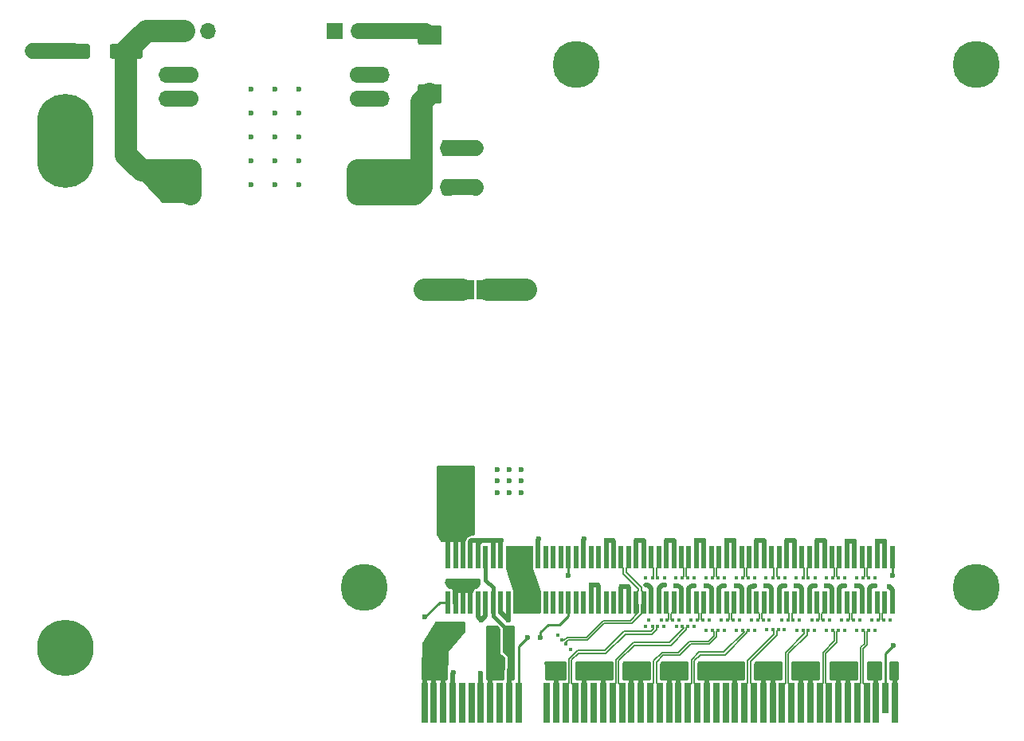
<source format=gtl>
%TF.GenerationSoftware,KiCad,Pcbnew,(5.1.9)-1*%
%TF.CreationDate,2021-07-12T14:13:14+08:00*%
%TF.ProjectId,V1,56312e6b-6963-4616-945f-706362585858,rev?*%
%TF.SameCoordinates,Original*%
%TF.FileFunction,Copper,L1,Top*%
%TF.FilePolarity,Positive*%
%FSLAX46Y46*%
G04 Gerber Fmt 4.6, Leading zero omitted, Abs format (unit mm)*
G04 Created by KiCad (PCBNEW (5.1.9)-1) date 2021-07-12 14:13:14*
%MOMM*%
%LPD*%
G01*
G04 APERTURE LIST*
%TA.AperFunction,ConnectorPad*%
%ADD10R,0.700000X4.300000*%
%TD*%
%TA.AperFunction,ConnectorPad*%
%ADD11R,0.700000X3.200000*%
%TD*%
%TA.AperFunction,ComponentPad*%
%ADD12O,6.000000X10.000000*%
%TD*%
%TA.AperFunction,ComponentPad*%
%ADD13C,6.000000*%
%TD*%
%TA.AperFunction,SMDPad,CuDef*%
%ADD14R,0.500000X2.400000*%
%TD*%
%TA.AperFunction,ComponentPad*%
%ADD15C,5.000000*%
%TD*%
%TA.AperFunction,ComponentPad*%
%ADD16R,1.700000X1.700000*%
%TD*%
%TA.AperFunction,ComponentPad*%
%ADD17O,1.700000X1.700000*%
%TD*%
%TA.AperFunction,SMDPad,CuDef*%
%ADD18R,2.400000X2.000000*%
%TD*%
%TA.AperFunction,ComponentPad*%
%ADD19C,1.700000*%
%TD*%
%TA.AperFunction,ConnectorPad*%
%ADD20O,4.240000X1.700000*%
%TD*%
%TA.AperFunction,ViaPad*%
%ADD21C,0.600000*%
%TD*%
%TA.AperFunction,ViaPad*%
%ADD22C,0.450000*%
%TD*%
%TA.AperFunction,ViaPad*%
%ADD23C,0.800000*%
%TD*%
%TA.AperFunction,Conductor*%
%ADD24C,2.400000*%
%TD*%
%TA.AperFunction,Conductor*%
%ADD25C,0.500000*%
%TD*%
%TA.AperFunction,Conductor*%
%ADD26C,1.700000*%
%TD*%
%TA.AperFunction,Conductor*%
%ADD27C,0.381000*%
%TD*%
%TA.AperFunction,Conductor*%
%ADD28C,0.250000*%
%TD*%
%TA.AperFunction,Conductor*%
%ADD29C,0.254000*%
%TD*%
%TA.AperFunction,Conductor*%
%ADD30C,0.153670*%
%TD*%
%TA.AperFunction,Conductor*%
%ADD31C,0.100000*%
%TD*%
G04 APERTURE END LIST*
D10*
X147650000Y-130550000D03*
X146650000Y-130550000D03*
X152650000Y-130550000D03*
X151650000Y-130550000D03*
X150650000Y-130550000D03*
X149650000Y-130550000D03*
X148650000Y-130550000D03*
X143650000Y-130550000D03*
X142650000Y-130550000D03*
X141650000Y-130550000D03*
X140650000Y-130550000D03*
X139650000Y-130550000D03*
X138650000Y-130550000D03*
X137650000Y-130550000D03*
X136650000Y-130550000D03*
X135650000Y-130550000D03*
X134650000Y-130550000D03*
X133650000Y-130550000D03*
X153650000Y-130550000D03*
X154650000Y-130550000D03*
X155650000Y-130550000D03*
X156650000Y-130550000D03*
X157650000Y-130550000D03*
X158650000Y-130550000D03*
X159650000Y-130550000D03*
X160650000Y-130550000D03*
X161650000Y-130550000D03*
X162650000Y-130550000D03*
X163650000Y-130550000D03*
X164650000Y-130550000D03*
X165650000Y-130550000D03*
X166650000Y-130550000D03*
X167650000Y-130550000D03*
X168650000Y-130550000D03*
X169650000Y-130550000D03*
X170650000Y-130550000D03*
X171650000Y-130550000D03*
X172650000Y-130550000D03*
X173650000Y-130550000D03*
X174650000Y-130550000D03*
X175650000Y-130550000D03*
X176650000Y-130550000D03*
X177650000Y-130550000D03*
X178650000Y-130550000D03*
X179650000Y-130550000D03*
X180650000Y-130550000D03*
X181650000Y-130550000D03*
D11*
X182650000Y-130000000D03*
D10*
X183650000Y-130550000D03*
D12*
X95500000Y-70739000D03*
D13*
X95500000Y-124650001D03*
D14*
X183350000Y-115020000D03*
X182550000Y-115020000D03*
X181750000Y-115020000D03*
X180950000Y-115020000D03*
X180150000Y-115020000D03*
X179350000Y-115020000D03*
X178550000Y-115020000D03*
X177750000Y-115020000D03*
X176950000Y-115020000D03*
X176150000Y-115020000D03*
X175350000Y-115020000D03*
X174550000Y-115020000D03*
X173750000Y-115020000D03*
X172950000Y-115020000D03*
X172150000Y-115020000D03*
X171350000Y-115020000D03*
X170550000Y-115020000D03*
X169750000Y-115020000D03*
X168950000Y-115020000D03*
X168150000Y-115020000D03*
X167350000Y-115020000D03*
X166550000Y-115020000D03*
X165750000Y-115020000D03*
X164950000Y-115020000D03*
X164150000Y-115020000D03*
X163350000Y-115020000D03*
X162550000Y-115020000D03*
X161750000Y-115020000D03*
X160950000Y-115020000D03*
X160150000Y-115020000D03*
X159350000Y-115020000D03*
X158550000Y-115020000D03*
X157750000Y-115020000D03*
X156950000Y-115020000D03*
X156150000Y-115020000D03*
X155350000Y-115020000D03*
X154550000Y-115020000D03*
X153750000Y-115020000D03*
X152950000Y-115020000D03*
X152150000Y-115020000D03*
X151350000Y-115020000D03*
X150550000Y-115020000D03*
X149750000Y-115020000D03*
X148950000Y-115020000D03*
X148150000Y-115020000D03*
X147350000Y-115020000D03*
X146550000Y-115020000D03*
X145750000Y-115020000D03*
X144950000Y-115020000D03*
X144150000Y-115020000D03*
X143350000Y-115020000D03*
X142550000Y-115020000D03*
X141750000Y-115020000D03*
X140950000Y-115020000D03*
X140150000Y-115020000D03*
X139350000Y-115020000D03*
X138550000Y-115020000D03*
X137750000Y-115020000D03*
X136950000Y-115020000D03*
X136150000Y-115020000D03*
X183350000Y-119820000D03*
X182550000Y-119820000D03*
X181750000Y-119820000D03*
X180950000Y-119820000D03*
X180150000Y-119820000D03*
X179350000Y-119820000D03*
X178550000Y-119820000D03*
X177750000Y-119820000D03*
X176950000Y-119820000D03*
X176150000Y-119820000D03*
X175350000Y-119820000D03*
X174550000Y-119820000D03*
X173750000Y-119820000D03*
X172950000Y-119820000D03*
X172150000Y-119820000D03*
X171350000Y-119820000D03*
X170550000Y-119820000D03*
X169750000Y-119820000D03*
X168950000Y-119820000D03*
X168150000Y-119820000D03*
X167350000Y-119820000D03*
X166550000Y-119820000D03*
X165750000Y-119820000D03*
X164950000Y-119820000D03*
X164150000Y-119820000D03*
X163350000Y-119820000D03*
X162550000Y-119820000D03*
X161750000Y-119820000D03*
X160950000Y-119820000D03*
X160150000Y-119820000D03*
X159350000Y-119820000D03*
X158550000Y-119820000D03*
X157750000Y-119820000D03*
X156950000Y-119820000D03*
X156150000Y-119820000D03*
X155350000Y-119820000D03*
X154550000Y-119820000D03*
X153750000Y-119820000D03*
X152950000Y-119820000D03*
X152150000Y-119820000D03*
X151350000Y-119820000D03*
X150550000Y-119820000D03*
X149750000Y-119820000D03*
X148950000Y-119820000D03*
X148150000Y-119820000D03*
X147350000Y-119820000D03*
X146550000Y-119820000D03*
X145750000Y-119820000D03*
X144950000Y-119820000D03*
X144150000Y-119820000D03*
X143350000Y-119820000D03*
X142550000Y-119820000D03*
X141750000Y-119820000D03*
X140950000Y-119820000D03*
X140150000Y-119820000D03*
X139350000Y-119820000D03*
X138550000Y-119820000D03*
X137750000Y-119820000D03*
X136950000Y-119820000D03*
D15*
X192250000Y-118220000D03*
X192250000Y-62620000D03*
X149750000Y-62620000D03*
D14*
X136150000Y-119820000D03*
D15*
X127250000Y-118220000D03*
D16*
X124130000Y-59080000D03*
D17*
X126670000Y-59080000D03*
D16*
X108130000Y-59080000D03*
D17*
X110670000Y-59080000D03*
D18*
X140405000Y-86530000D03*
X137755000Y-86530000D03*
D19*
X126598000Y-76454000D03*
D20*
X127868000Y-76454000D03*
X127868000Y-73914000D03*
D19*
X126598000Y-73914000D03*
D20*
X127868000Y-66294000D03*
D19*
X126598000Y-63754000D03*
X126598000Y-66294000D03*
D20*
X127868000Y-63754000D03*
X107548000Y-66294000D03*
D19*
X108818000Y-66294000D03*
D20*
X107548000Y-63754000D03*
D19*
X108818000Y-63754000D03*
D20*
X107548000Y-76454000D03*
D19*
X108818000Y-76454000D03*
D20*
X107548000Y-73914000D03*
D19*
X108818000Y-73914000D03*
%TA.AperFunction,SMDPad,CuDef*%
G36*
G01*
X132704000Y-72126000D02*
X132704000Y-70876000D01*
G75*
G02*
X132954000Y-70626000I250000J0D01*
G01*
X133704000Y-70626000D01*
G75*
G02*
X133954000Y-70876000I0J-250000D01*
G01*
X133954000Y-72126000D01*
G75*
G02*
X133704000Y-72376000I-250000J0D01*
G01*
X132954000Y-72376000D01*
G75*
G02*
X132704000Y-72126000I0J250000D01*
G01*
G37*
%TD.AperFunction*%
%TA.AperFunction,SMDPad,CuDef*%
G36*
G01*
X135504000Y-72126000D02*
X135504000Y-70876000D01*
G75*
G02*
X135754000Y-70626000I250000J0D01*
G01*
X136504000Y-70626000D01*
G75*
G02*
X136754000Y-70876000I0J-250000D01*
G01*
X136754000Y-72126000D01*
G75*
G02*
X136504000Y-72376000I-250000J0D01*
G01*
X135754000Y-72376000D01*
G75*
G02*
X135504000Y-72126000I0J250000D01*
G01*
G37*
%TD.AperFunction*%
%TA.AperFunction,SMDPad,CuDef*%
G36*
G01*
X132704000Y-76317000D02*
X132704000Y-75067000D01*
G75*
G02*
X132954000Y-74817000I250000J0D01*
G01*
X133704000Y-74817000D01*
G75*
G02*
X133954000Y-75067000I0J-250000D01*
G01*
X133954000Y-76317000D01*
G75*
G02*
X133704000Y-76567000I-250000J0D01*
G01*
X132954000Y-76567000D01*
G75*
G02*
X132704000Y-76317000I0J250000D01*
G01*
G37*
%TD.AperFunction*%
%TA.AperFunction,SMDPad,CuDef*%
G36*
G01*
X135504000Y-76317000D02*
X135504000Y-75067000D01*
G75*
G02*
X135754000Y-74817000I250000J0D01*
G01*
X136504000Y-74817000D01*
G75*
G02*
X136754000Y-75067000I0J-250000D01*
G01*
X136754000Y-76317000D01*
G75*
G02*
X136504000Y-76567000I-250000J0D01*
G01*
X135754000Y-76567000D01*
G75*
G02*
X135504000Y-76317000I0J250000D01*
G01*
G37*
%TD.AperFunction*%
%TA.AperFunction,SMDPad,CuDef*%
G36*
G01*
X135243000Y-66761000D02*
X133193000Y-66761000D01*
G75*
G02*
X132943000Y-66511000I0J250000D01*
G01*
X132943000Y-64936000D01*
G75*
G02*
X133193000Y-64686000I250000J0D01*
G01*
X135243000Y-64686000D01*
G75*
G02*
X135493000Y-64936000I0J-250000D01*
G01*
X135493000Y-66511000D01*
G75*
G02*
X135243000Y-66761000I-250000J0D01*
G01*
G37*
%TD.AperFunction*%
%TA.AperFunction,SMDPad,CuDef*%
G36*
G01*
X135243000Y-60536000D02*
X133193000Y-60536000D01*
G75*
G02*
X132943000Y-60286000I0J250000D01*
G01*
X132943000Y-58711000D01*
G75*
G02*
X133193000Y-58461000I250000J0D01*
G01*
X135243000Y-58461000D01*
G75*
G02*
X135493000Y-58711000I0J-250000D01*
G01*
X135493000Y-60286000D01*
G75*
G02*
X135243000Y-60536000I-250000J0D01*
G01*
G37*
%TD.AperFunction*%
%TA.AperFunction,SMDPad,CuDef*%
G36*
G01*
X98116000Y-60664000D02*
X98116000Y-61764000D01*
G75*
G02*
X97866000Y-62014000I-250000J0D01*
G01*
X94866000Y-62014000D01*
G75*
G02*
X94616000Y-61764000I0J250000D01*
G01*
X94616000Y-60664000D01*
G75*
G02*
X94866000Y-60414000I250000J0D01*
G01*
X97866000Y-60414000D01*
G75*
G02*
X98116000Y-60664000I0J-250000D01*
G01*
G37*
%TD.AperFunction*%
%TA.AperFunction,SMDPad,CuDef*%
G36*
G01*
X103716000Y-60664000D02*
X103716000Y-61764000D01*
G75*
G02*
X103466000Y-62014000I-250000J0D01*
G01*
X100466000Y-62014000D01*
G75*
G02*
X100216000Y-61764000I0J250000D01*
G01*
X100216000Y-60664000D01*
G75*
G02*
X100466000Y-60414000I250000J0D01*
G01*
X103466000Y-60414000D01*
G75*
G02*
X103716000Y-60664000I0J-250000D01*
G01*
G37*
%TD.AperFunction*%
D21*
X136984000Y-105796000D03*
X136984000Y-107026000D03*
X135714000Y-108296000D03*
X136984000Y-108296000D03*
X138254000Y-108296000D03*
X138254000Y-105796000D03*
X135714000Y-105796000D03*
X135714000Y-107026000D03*
X138254000Y-107026000D03*
X134716000Y-87274000D03*
X135986000Y-86004000D03*
X134716000Y-86004000D03*
X133446000Y-86004000D03*
X133446000Y-87274000D03*
X135986000Y-87274000D03*
X135960000Y-122560000D03*
X136400000Y-123650000D03*
X135250000Y-123650000D03*
X135630000Y-124770000D03*
X134580000Y-124770000D03*
X134600000Y-125560000D03*
X134630000Y-127300000D03*
X134610000Y-126430000D03*
X135620000Y-125930000D03*
X135630000Y-126800000D03*
X135650000Y-127670000D03*
X137150000Y-122590000D03*
D22*
X183560000Y-127520000D03*
X183560000Y-126640000D03*
D21*
X153000000Y-113250000D03*
X153700000Y-113250000D03*
X154600000Y-118150000D03*
X155300000Y-118150000D03*
X151400000Y-118000000D03*
X152100000Y-118000000D03*
X179560000Y-118110000D03*
X181540000Y-118110000D03*
X159140000Y-118010000D03*
X160360000Y-118060000D03*
X162340000Y-118060000D03*
X163560000Y-118060000D03*
X165540000Y-118060000D03*
X166760000Y-118110000D03*
X168740000Y-118110000D03*
X169960000Y-118110000D03*
X171940000Y-118110000D03*
X173160000Y-118110000D03*
X175140000Y-118110000D03*
X176360000Y-118110000D03*
X178340000Y-118110000D03*
D22*
X147800000Y-123300000D03*
X149200000Y-124800000D03*
D21*
X137500000Y-75700000D03*
X138300000Y-75700000D03*
X137500000Y-71500000D03*
X138300000Y-71500000D03*
X93800000Y-61200000D03*
X92900000Y-61200000D03*
D22*
X157500000Y-121730000D03*
X181160000Y-127520000D03*
X181160000Y-126640000D03*
X167140000Y-127550000D03*
X167140000Y-126670000D03*
X147030000Y-127600000D03*
X147030000Y-126720000D03*
X160700000Y-121730000D03*
X160400000Y-122400000D03*
X162300000Y-122400000D03*
X162000000Y-121730000D03*
X163900000Y-121730000D03*
X163600000Y-122780000D03*
X165500000Y-122780000D03*
X165200000Y-121730000D03*
X167100000Y-121730000D03*
X166800000Y-122770000D03*
X168700000Y-122770000D03*
X168400000Y-121720000D03*
X170300000Y-121720000D03*
X170000000Y-122760000D03*
X171900000Y-122760000D03*
X171600000Y-121740000D03*
X173500000Y-121740000D03*
X173200000Y-122770000D03*
X175100000Y-122770000D03*
X174800000Y-121730000D03*
X176700000Y-121730000D03*
X176400000Y-122790000D03*
X178300000Y-122790000D03*
X178000000Y-121730000D03*
X179900000Y-121730000D03*
X179600000Y-122770000D03*
X181500000Y-122770000D03*
X181200000Y-121730000D03*
X183100000Y-121730000D03*
X157160000Y-117210000D03*
X159140000Y-117210000D03*
X160360000Y-117220000D03*
X162340000Y-117220000D03*
X163560000Y-117210000D03*
X165540000Y-117210000D03*
X166760000Y-117210000D03*
X168740000Y-117210000D03*
X169960000Y-117220000D03*
X171940000Y-117220000D03*
X173160000Y-117220000D03*
X175140000Y-117220000D03*
X176360000Y-117190000D03*
X178340000Y-117190000D03*
X179560000Y-117210000D03*
X181540000Y-117210000D03*
X159100000Y-122400000D03*
X177150000Y-127490000D03*
X177150000Y-126610000D03*
X179180000Y-126630000D03*
X179190000Y-127480000D03*
X173140000Y-127510000D03*
X175170000Y-126650000D03*
X175180000Y-127500000D03*
X173140000Y-126630000D03*
X169130000Y-127550000D03*
X171160000Y-126690000D03*
X171170000Y-127540000D03*
X169130000Y-126670000D03*
X163140000Y-127560000D03*
X165170000Y-126700000D03*
X165180000Y-127550000D03*
X163140000Y-126680000D03*
X159140000Y-127570000D03*
X161170000Y-126710000D03*
X161180000Y-127560000D03*
X159140000Y-126690000D03*
X155140000Y-127570000D03*
X157170000Y-126710000D03*
X157180000Y-127560000D03*
X155140000Y-126690000D03*
X150140000Y-127600000D03*
X152170000Y-126740000D03*
X152180000Y-127590000D03*
X150140000Y-126720000D03*
D21*
X115228000Y-65240000D03*
X117768000Y-65240000D03*
X120308000Y-65240000D03*
X115228000Y-67780000D03*
X117768000Y-67780000D03*
X120308000Y-67780000D03*
X115228000Y-70320000D03*
X117768000Y-70320000D03*
X120308000Y-70320000D03*
X115228000Y-72860000D03*
X117768000Y-72860000D03*
X120308000Y-72860000D03*
X115228000Y-75400000D03*
X117768000Y-75400000D03*
X120308000Y-75400000D03*
D22*
X157160000Y-122400000D03*
X158800000Y-121730000D03*
D21*
X92000000Y-61200000D03*
X139100000Y-71500000D03*
X139100000Y-75700000D03*
X136700000Y-127300000D03*
X139600000Y-127400000D03*
X139700000Y-121700000D03*
X142600000Y-121700000D03*
X141000000Y-113200000D03*
X141800000Y-113200000D03*
X145800000Y-113100000D03*
X150600000Y-113100000D03*
X156200000Y-113200000D03*
X156900000Y-113200000D03*
X159400000Y-113200000D03*
X160100000Y-113200000D03*
X162600000Y-113200000D03*
X163300000Y-113200000D03*
X165800000Y-113200000D03*
X166500000Y-113200000D03*
X169000000Y-113200000D03*
X169700000Y-113200000D03*
X172200000Y-113200000D03*
X172900000Y-113200000D03*
X176100000Y-113200000D03*
X175400000Y-113200000D03*
X178600000Y-113300000D03*
X179300000Y-113300000D03*
X181800000Y-113300000D03*
X182500000Y-113300000D03*
X183050000Y-118150000D03*
D22*
X157160000Y-118010000D03*
D21*
X144010000Y-116930000D03*
X145250000Y-117970000D03*
X143510000Y-117940000D03*
X144380000Y-117950000D03*
X144880000Y-116950000D03*
X140920000Y-122840000D03*
X140920000Y-123750000D03*
X140930000Y-124630000D03*
X140620000Y-125540000D03*
X140630000Y-126410000D03*
X141650000Y-126780000D03*
X141670000Y-127650000D03*
X140650000Y-127280000D03*
X141640000Y-125910000D03*
X143140000Y-116920000D03*
X144570152Y-123570152D03*
X148900000Y-117000000D03*
X146000000Y-123600000D03*
D22*
X148694001Y-124264001D03*
X148285999Y-123855999D03*
X168038500Y-117210000D03*
X168038500Y-122770000D03*
X167461500Y-117210000D03*
X167461500Y-122770000D03*
X164838500Y-117210000D03*
X164838500Y-122770000D03*
X164261500Y-117210000D03*
X164261500Y-122770000D03*
X161638500Y-117220000D03*
X161638500Y-122400000D03*
X161061500Y-117220000D03*
X161061500Y-122400000D03*
X157861500Y-122400000D03*
X157861500Y-117210000D03*
X158438500Y-122400000D03*
X158438500Y-117210000D03*
X169638500Y-121719647D03*
X169061500Y-121719647D03*
X166438500Y-121732508D03*
X165861500Y-121732508D03*
X163238500Y-121732766D03*
X162661500Y-121732766D03*
X159461500Y-121733502D03*
X160038500Y-121733502D03*
D21*
X183500000Y-124400000D03*
X183400000Y-117000000D03*
X133700000Y-121400000D03*
X141414000Y-105696000D03*
X142684000Y-105696000D03*
X143954000Y-105696000D03*
X142684000Y-106926000D03*
X141414000Y-108196000D03*
X142684000Y-108196000D03*
X143954000Y-108196000D03*
X143954000Y-106926000D03*
X141414000Y-106926000D03*
D23*
X136205000Y-117750000D03*
X139205000Y-117750000D03*
X138205000Y-117750000D03*
X137205000Y-117750000D03*
D21*
X142114000Y-85826000D03*
X143384000Y-85826000D03*
X142114000Y-87096000D03*
X143384000Y-87096000D03*
X144654000Y-85826000D03*
X144654000Y-87096000D03*
X130789000Y-73914000D03*
X132059000Y-73914000D03*
X130789000Y-75184000D03*
X132059000Y-75184000D03*
X130789000Y-76454000D03*
X132059000Y-76454000D03*
D22*
X182438500Y-121733502D03*
X181861500Y-121733502D03*
X179238500Y-121731922D03*
X178661500Y-121731922D03*
X170661500Y-117220000D03*
X170661500Y-122760000D03*
X171238500Y-117220000D03*
X171238500Y-122760000D03*
X173861500Y-117220000D03*
X173861500Y-122770000D03*
X174438500Y-117220000D03*
X174438500Y-122770000D03*
X177061500Y-117190000D03*
X177061500Y-122780000D03*
X177638500Y-117190000D03*
X177638500Y-122780000D03*
X180261500Y-117210000D03*
X180261500Y-122770000D03*
X180838500Y-117210000D03*
X180838500Y-122770000D03*
X172261500Y-121733013D03*
X172838500Y-121733013D03*
X175461500Y-121730046D03*
X176038500Y-121730046D03*
D24*
X137695000Y-86570000D02*
X133645000Y-86570000D01*
X108818000Y-73914000D02*
X108818000Y-76454000D01*
X108818000Y-73914000D02*
X106272000Y-73914000D01*
X101966000Y-72269000D02*
X101966000Y-61214000D01*
X108818000Y-73914000D02*
X103611000Y-73914000D01*
X103611000Y-73914000D02*
X101966000Y-72269000D01*
X104100000Y-59080000D02*
X108130000Y-59080000D01*
X101966000Y-61214000D02*
X104100000Y-59080000D01*
D25*
X135650000Y-127670000D02*
X135650000Y-130550000D01*
X134630000Y-130530000D02*
X134650000Y-130550000D01*
X134630000Y-127300000D02*
X134630000Y-130530000D01*
X133650000Y-127390000D02*
X134610000Y-126430000D01*
X133650000Y-130550000D02*
X133650000Y-127390000D01*
X136150000Y-115020000D02*
X136150000Y-112850000D01*
X136950000Y-115020000D02*
X136950000Y-113050000D01*
X137750000Y-115020000D02*
X137750000Y-112950000D01*
X153750000Y-113300000D02*
X153700000Y-113250000D01*
X153750000Y-115070000D02*
X153750000Y-113300000D01*
X153000000Y-113250000D02*
X153700000Y-113250000D01*
X152950000Y-113300000D02*
X153000000Y-113250000D01*
X152950000Y-115070000D02*
X152950000Y-113300000D01*
X155350000Y-118200000D02*
X155300000Y-118150000D01*
X155350000Y-119970000D02*
X155350000Y-118200000D01*
X154600000Y-118150000D02*
X155300000Y-118150000D01*
X154550000Y-118200000D02*
X154600000Y-118150000D01*
X154550000Y-119970000D02*
X154550000Y-118200000D01*
X152150000Y-118050000D02*
X152100000Y-118000000D01*
X152150000Y-119820000D02*
X152150000Y-118050000D01*
X151400000Y-118000000D02*
X152100000Y-118000000D01*
X151350000Y-118050000D02*
X151400000Y-118000000D01*
X151350000Y-119820000D02*
X151350000Y-118050000D01*
X179900002Y-118110000D02*
X179560000Y-118110000D01*
X180150000Y-118359998D02*
X179900002Y-118110000D01*
X180150000Y-119820000D02*
X180150000Y-118359998D01*
X181199998Y-118110000D02*
X181540000Y-118110000D01*
X180950000Y-119820000D02*
X180950000Y-118359998D01*
X180950000Y-118359998D02*
X181199998Y-118110000D01*
X176950000Y-119820000D02*
X176950000Y-118359998D01*
X176950000Y-118359998D02*
X176700002Y-118110000D01*
X176700002Y-118110000D02*
X176360000Y-118110000D01*
X177750000Y-119820000D02*
X177750000Y-118359998D01*
X177750000Y-118359998D02*
X177999998Y-118110000D01*
X177999998Y-118110000D02*
X178340000Y-118110000D01*
X183650000Y-127625000D02*
X183650000Y-130550000D01*
D26*
X133799500Y-59080000D02*
X134218000Y-59498500D01*
X126670000Y-59080000D02*
X133799500Y-59080000D01*
X92014000Y-61214000D02*
X92000000Y-61200000D01*
X96366000Y-61214000D02*
X92014000Y-61214000D01*
X139099000Y-71501000D02*
X139100000Y-71500000D01*
X136129000Y-71501000D02*
X139099000Y-71501000D01*
X139092000Y-75692000D02*
X139100000Y-75700000D01*
X136129000Y-75692000D02*
X139092000Y-75692000D01*
D25*
X136650000Y-127350000D02*
X136700000Y-127300000D01*
X136650000Y-130550000D02*
X136650000Y-127350000D01*
X139650000Y-127450000D02*
X139600000Y-127400000D01*
X139650000Y-130550000D02*
X139650000Y-127450000D01*
X147650000Y-130550000D02*
X147650000Y-127750000D01*
X150650000Y-130550000D02*
X150650000Y-127850000D01*
X152650000Y-130550000D02*
X152650000Y-127850000D01*
X181650000Y-130550000D02*
X181650000Y-127550000D01*
X178650000Y-130550000D02*
X178650000Y-127650000D01*
X177650000Y-130550000D02*
X177650000Y-127950000D01*
X174650000Y-130550000D02*
X174650000Y-127650000D01*
X173650000Y-130550000D02*
X173650000Y-127750000D01*
X170650000Y-130550000D02*
X170650000Y-127350000D01*
X169650000Y-130550000D02*
X169650000Y-127550000D01*
X166650000Y-130550000D02*
X166650000Y-127650000D01*
X163650000Y-130550000D02*
X163650000Y-127550000D01*
X160650000Y-130550000D02*
X160650000Y-127650000D01*
X159650000Y-130550000D02*
X159650000Y-127850000D01*
X155650000Y-130550000D02*
X155650000Y-127650000D01*
X156650000Y-130550000D02*
X156650000Y-127750000D01*
X139350000Y-121350000D02*
X139700000Y-121700000D01*
X139350000Y-119820000D02*
X139350000Y-121350000D01*
X140150000Y-121250000D02*
X139700000Y-121700000D01*
X140150000Y-119820000D02*
X140150000Y-121250000D01*
X141750000Y-120850000D02*
X142600000Y-121700000D01*
X141750000Y-119820000D02*
X141750000Y-120850000D01*
X142550000Y-121650000D02*
X142600000Y-121700000D01*
X142550000Y-119820000D02*
X142550000Y-121650000D01*
X141750000Y-113250000D02*
X141800000Y-113200000D01*
X141750000Y-115020000D02*
X141750000Y-113250000D01*
X140950000Y-113250000D02*
X141000000Y-113200000D01*
X140950000Y-115020000D02*
X140950000Y-113250000D01*
X139350000Y-113559998D02*
X139350000Y-115020000D01*
X139709998Y-113200000D02*
X139350000Y-113559998D01*
X141000000Y-113200000D02*
X139709998Y-113200000D01*
X138550000Y-113320000D02*
X138550000Y-115020000D01*
X138670000Y-113200000D02*
X138550000Y-113320000D01*
X141000000Y-113200000D02*
X138670000Y-113200000D01*
X141000000Y-113200000D02*
X141800000Y-113200000D01*
X145750000Y-113150000D02*
X145800000Y-113100000D01*
X145750000Y-115020000D02*
X145750000Y-113150000D01*
X150550000Y-113150000D02*
X150600000Y-113100000D01*
X150550000Y-115020000D02*
X150550000Y-113150000D01*
X156200000Y-113200000D02*
X156900000Y-113200000D01*
X156950000Y-115020000D02*
X156950000Y-113250000D01*
X156950000Y-113250000D02*
X156900000Y-113200000D01*
X156150000Y-115020000D02*
X156150000Y-113250000D01*
X156150000Y-113250000D02*
X156200000Y-113200000D01*
X159350000Y-113250000D02*
X159400000Y-113200000D01*
X159350000Y-115020000D02*
X159350000Y-113250000D01*
X160150000Y-113250000D02*
X160100000Y-113200000D01*
X160150000Y-115020000D02*
X160150000Y-113250000D01*
X159400000Y-113200000D02*
X160100000Y-113200000D01*
X162550000Y-113250000D02*
X162600000Y-113200000D01*
X162550000Y-115020000D02*
X162550000Y-113250000D01*
X163350000Y-113250000D02*
X163300000Y-113200000D01*
X163350000Y-115020000D02*
X163350000Y-113250000D01*
X162600000Y-113200000D02*
X163300000Y-113200000D01*
X165750000Y-113250000D02*
X165800000Y-113200000D01*
X165750000Y-115020000D02*
X165750000Y-113250000D01*
X166550000Y-113250000D02*
X166500000Y-113200000D01*
X166550000Y-115020000D02*
X166550000Y-113250000D01*
X165800000Y-113200000D02*
X166500000Y-113200000D01*
X168950000Y-113250000D02*
X169000000Y-113200000D01*
X168950000Y-115020000D02*
X168950000Y-113250000D01*
X169750000Y-113250000D02*
X169700000Y-113200000D01*
X169750000Y-115020000D02*
X169750000Y-113250000D01*
X172150000Y-113250000D02*
X172200000Y-113200000D01*
X172150000Y-115020000D02*
X172150000Y-113250000D01*
X172950000Y-113250000D02*
X172900000Y-113200000D01*
X172950000Y-115020000D02*
X172950000Y-113250000D01*
X176150000Y-113250000D02*
X176100000Y-113200000D01*
X176150000Y-115020000D02*
X176150000Y-113250000D01*
X175350000Y-113250000D02*
X175400000Y-113200000D01*
X175350000Y-115020000D02*
X175350000Y-113250000D01*
X178550000Y-113350000D02*
X178600000Y-113300000D01*
X178550000Y-115020000D02*
X178550000Y-113350000D01*
X179350000Y-113350000D02*
X179300000Y-113300000D01*
X179350000Y-115020000D02*
X179350000Y-113350000D01*
X181750000Y-113350000D02*
X181800000Y-113300000D01*
X181750000Y-115020000D02*
X181750000Y-113350000D01*
X182550000Y-113350000D02*
X182500000Y-113300000D01*
X182550000Y-115020000D02*
X182550000Y-113350000D01*
X182500000Y-113300000D02*
X181800000Y-113300000D01*
X179300000Y-113300000D02*
X178600000Y-113300000D01*
X176100000Y-113200000D02*
X175400000Y-113200000D01*
X172900000Y-113200000D02*
X172200000Y-113200000D01*
X169700000Y-113200000D02*
X169000000Y-113200000D01*
X158899998Y-118010000D02*
X159140000Y-118010000D01*
X158550000Y-118359998D02*
X158899998Y-118010000D01*
X158550000Y-119820000D02*
X158550000Y-118359998D01*
X160650002Y-118060000D02*
X160360000Y-118060000D01*
X160950000Y-118359998D02*
X160650002Y-118060000D01*
X160950000Y-119820000D02*
X160950000Y-118359998D01*
X162049998Y-118060000D02*
X162340000Y-118060000D01*
X161750000Y-118359998D02*
X162049998Y-118060000D01*
X161750000Y-119820000D02*
X161750000Y-118359998D01*
X163850002Y-118060000D02*
X163560000Y-118060000D01*
X164150000Y-118359998D02*
X163850002Y-118060000D01*
X164150000Y-119820000D02*
X164150000Y-118359998D01*
X165249998Y-118060000D02*
X165540000Y-118060000D01*
X164950000Y-118359998D02*
X165249998Y-118060000D01*
X164950000Y-119820000D02*
X164950000Y-118359998D01*
X167100002Y-118110000D02*
X166760000Y-118110000D01*
X167350000Y-118359998D02*
X167100002Y-118110000D01*
X167350000Y-119820000D02*
X167350000Y-118359998D01*
X168680001Y-118169999D02*
X168740000Y-118110000D01*
X168339999Y-118169999D02*
X168680001Y-118169999D01*
X168150000Y-118359998D02*
X168339999Y-118169999D01*
X168150000Y-119820000D02*
X168150000Y-118359998D01*
X170300002Y-118110000D02*
X169960000Y-118110000D01*
X170550000Y-118359998D02*
X170300002Y-118110000D01*
X170550000Y-119820000D02*
X170550000Y-118359998D01*
X171599998Y-118110000D02*
X171940000Y-118110000D01*
X171350000Y-118359998D02*
X171599998Y-118110000D01*
X171350000Y-119820000D02*
X171350000Y-118359998D01*
X173500002Y-118110000D02*
X173160000Y-118110000D01*
X173750000Y-118359998D02*
X173500002Y-118110000D01*
X173750000Y-119820000D02*
X173750000Y-118359998D01*
X174799998Y-118110000D02*
X175140000Y-118110000D01*
X174550000Y-118359998D02*
X174799998Y-118110000D01*
X174550000Y-119820000D02*
X174550000Y-118359998D01*
X183350000Y-118450000D02*
X183050000Y-118150000D01*
X183350000Y-119820000D02*
X183350000Y-118450000D01*
X157400002Y-118010000D02*
X157160000Y-118010000D01*
X157750000Y-118359998D02*
X157400002Y-118010000D01*
X157750000Y-119820000D02*
X157750000Y-118359998D01*
X140650000Y-130550000D02*
X140650000Y-127280000D01*
D27*
X140950000Y-121250000D02*
X142650000Y-122950000D01*
X140950000Y-119820000D02*
X140950000Y-121250000D01*
X140950000Y-118239000D02*
X140950000Y-119820000D01*
X140150000Y-117439000D02*
X140950000Y-118239000D01*
X140150000Y-115020000D02*
X140150000Y-117439000D01*
D25*
X142650000Y-130550000D02*
X142650000Y-127050000D01*
D28*
X143650000Y-130550000D02*
X143650000Y-124490304D01*
X143650000Y-124490304D02*
X144570152Y-123570152D01*
D29*
X148950000Y-115888602D02*
X148950000Y-114650000D01*
X148950000Y-116950000D02*
X148900000Y-117000000D01*
X148950000Y-115020000D02*
X148950000Y-116950000D01*
X146000000Y-123600000D02*
X146000000Y-123000000D01*
X146000000Y-123000000D02*
X146800000Y-122200000D01*
X148950000Y-121274000D02*
X148950000Y-119820000D01*
X148024000Y-122200000D02*
X148950000Y-121274000D01*
X146800000Y-122200000D02*
X148024000Y-122200000D01*
D30*
X156690335Y-121018129D02*
X155658129Y-122050335D01*
X156950000Y-119820000D02*
X156690335Y-120079665D01*
X156690335Y-120079665D02*
X156690335Y-121018129D01*
X155658129Y-122050335D02*
X152768129Y-122050335D01*
X152768129Y-122050335D02*
X150998129Y-123820335D01*
X148694001Y-124054463D02*
X148928129Y-123820335D01*
X148694001Y-124264001D02*
X148694001Y-124054463D01*
X148928129Y-123820335D02*
X150998129Y-123820335D01*
X156690335Y-118610335D02*
X156690335Y-118251871D01*
X156950000Y-118870000D02*
X156690335Y-118610335D01*
X156950000Y-119820000D02*
X156950000Y-118870000D01*
X155090335Y-116651871D02*
X155090335Y-116229665D01*
X155350000Y-115970000D02*
X155350000Y-115020000D01*
X156690335Y-118251871D02*
X155090335Y-116651871D01*
X155090335Y-116229665D02*
X155350000Y-115970000D01*
X156150000Y-119820000D02*
X156409665Y-120079665D01*
X156409665Y-120079665D02*
X156409665Y-120901871D01*
X156409665Y-120901871D02*
X155541871Y-121769665D01*
X155541871Y-121769665D02*
X152651871Y-121769665D01*
X152651871Y-121769665D02*
X150881871Y-123539665D01*
X148811871Y-123539665D02*
X150881871Y-123539665D01*
X148495537Y-123855999D02*
X148811871Y-123539665D01*
X148285999Y-123855999D02*
X148495537Y-123855999D01*
X156409665Y-118610335D02*
X156409665Y-118368129D01*
X156150000Y-118870000D02*
X156409665Y-118610335D01*
X156150000Y-119820000D02*
X156150000Y-118870000D01*
X154550000Y-115970000D02*
X154550000Y-115020000D01*
X154809665Y-116229665D02*
X154550000Y-115970000D01*
X154809665Y-116768129D02*
X154809665Y-116229665D01*
X156409665Y-118368129D02*
X154809665Y-116768129D01*
X167890335Y-117061835D02*
X168038500Y-117210000D01*
X167890335Y-116229665D02*
X167890335Y-117061835D01*
X168150000Y-115970000D02*
X167890335Y-116229665D01*
X168150000Y-115020000D02*
X168150000Y-115970000D01*
X162650000Y-128750000D02*
X162650000Y-130550000D01*
X162290335Y-128390335D02*
X162650000Y-128750000D01*
X162290335Y-126058129D02*
X162290335Y-128390335D01*
X162948129Y-125400335D02*
X162290335Y-126058129D01*
X167890335Y-123078129D02*
X165568129Y-125400335D01*
X165568129Y-125400335D02*
X162948129Y-125400335D01*
X168038500Y-122770000D02*
X167890335Y-122918165D01*
X167890335Y-122918165D02*
X167890335Y-123078129D01*
X167609665Y-117061835D02*
X167461500Y-117210000D01*
X167609665Y-116229665D02*
X167609665Y-117061835D01*
X167350000Y-115970000D02*
X167609665Y-116229665D01*
X167350000Y-115020000D02*
X167350000Y-115970000D01*
X165451871Y-125119665D02*
X162831871Y-125119665D01*
X167461500Y-122770000D02*
X167609665Y-122918165D01*
X167609665Y-122961871D02*
X165451871Y-125119665D01*
X162831871Y-125119665D02*
X162009665Y-125941871D01*
X167609665Y-122918165D02*
X167609665Y-122961871D01*
X162009665Y-128390335D02*
X161650000Y-128750000D01*
X162009665Y-125941871D02*
X162009665Y-128390335D01*
X161650000Y-128750000D02*
X161650000Y-130550000D01*
X164690335Y-116229665D02*
X164690335Y-117061835D01*
X164690335Y-117061835D02*
X164838500Y-117210000D01*
X164950000Y-115020000D02*
X164950000Y-115970000D01*
X164950000Y-115970000D02*
X164690335Y-116229665D01*
X158290335Y-126178129D02*
X158290335Y-128390335D01*
X161938129Y-124240335D02*
X160738129Y-125440335D01*
X163938129Y-124240335D02*
X161938129Y-124240335D01*
X160738129Y-125440335D02*
X159028129Y-125440335D01*
X158650000Y-128750000D02*
X158650000Y-130550000D01*
X164690335Y-123488129D02*
X163938129Y-124240335D01*
X159028129Y-125440335D02*
X158290335Y-126178129D01*
X164838500Y-122770000D02*
X164690335Y-122918165D01*
X158290335Y-128390335D02*
X158650000Y-128750000D01*
X164690335Y-122918165D02*
X164690335Y-123488129D01*
X164409665Y-117061835D02*
X164261500Y-117210000D01*
X164409665Y-116229665D02*
X164409665Y-117061835D01*
X164150000Y-115970000D02*
X164409665Y-116229665D01*
X164150000Y-115020000D02*
X164150000Y-115970000D01*
X163821871Y-123959665D02*
X161821871Y-123959665D01*
X164261500Y-122770000D02*
X164409665Y-122918165D01*
X158009665Y-128390335D02*
X157650000Y-128750000D01*
X164409665Y-122918165D02*
X164409665Y-123371871D01*
X160621871Y-125159665D02*
X158911871Y-125159665D01*
X161821871Y-123959665D02*
X160621871Y-125159665D01*
X158911871Y-125159665D02*
X158009665Y-126061871D01*
X158009665Y-126061871D02*
X158009665Y-128390335D01*
X164409665Y-123371871D02*
X163821871Y-123959665D01*
X157650000Y-128750000D02*
X157650000Y-130550000D01*
X161490335Y-117071835D02*
X161638500Y-117220000D01*
X161490335Y-116229665D02*
X161490335Y-117071835D01*
X161750000Y-115970000D02*
X161490335Y-116229665D01*
X161750000Y-115020000D02*
X161750000Y-115970000D01*
X154650000Y-128750000D02*
X154650000Y-130550000D01*
X154290335Y-126068129D02*
X154290335Y-128390335D01*
X161638500Y-122400000D02*
X161490335Y-122548165D01*
X161490335Y-122698129D02*
X159808129Y-124380335D01*
X159808129Y-124380335D02*
X155978129Y-124380335D01*
X161490335Y-122548165D02*
X161490335Y-122698129D01*
X154290335Y-128390335D02*
X154650000Y-128750000D01*
X155978129Y-124380335D02*
X154290335Y-126068129D01*
X161209665Y-117071835D02*
X161061500Y-117220000D01*
X160950000Y-115970000D02*
X161209665Y-116229665D01*
X160950000Y-115020000D02*
X160950000Y-115970000D01*
X161209665Y-116229665D02*
X161209665Y-117071835D01*
X161209665Y-122548165D02*
X161209665Y-122581871D01*
X154009665Y-125951871D02*
X154009665Y-128390335D01*
X161209665Y-122581871D02*
X159691871Y-124099665D01*
X159691871Y-124099665D02*
X155861871Y-124099665D01*
X155861871Y-124099665D02*
X154009665Y-125951871D01*
X154009665Y-128390335D02*
X153650000Y-128750000D01*
X153650000Y-128750000D02*
X153650000Y-130550000D01*
X161061500Y-122400000D02*
X161209665Y-122548165D01*
X158009665Y-117061835D02*
X157861500Y-117210000D01*
X158009665Y-116229665D02*
X158009665Y-117061835D01*
X157750000Y-115020000D02*
X157750000Y-115970000D01*
X157750000Y-115970000D02*
X158009665Y-116229665D01*
X157861500Y-122400000D02*
X158009665Y-122548165D01*
X158009665Y-122548165D02*
X158009665Y-122601871D01*
X158009665Y-122601871D02*
X157701871Y-122909665D01*
X157701871Y-122909665D02*
X154871871Y-122909665D01*
X154871871Y-122909665D02*
X152821871Y-124959665D01*
X149009665Y-128390335D02*
X148650000Y-128750000D01*
X152821871Y-124959665D02*
X149911871Y-124959665D01*
X149911871Y-124959665D02*
X149009665Y-125861871D01*
X149009665Y-125861871D02*
X149009665Y-128390335D01*
X148650000Y-128750000D02*
X148650000Y-130550000D01*
X158290335Y-117061835D02*
X158438500Y-117210000D01*
X158290335Y-116229665D02*
X158290335Y-117061835D01*
X158550000Y-115020000D02*
X158550000Y-115970000D01*
X158550000Y-115970000D02*
X158290335Y-116229665D01*
X149650000Y-128750000D02*
X149650000Y-130550000D01*
X149290335Y-125978129D02*
X149290335Y-128390335D01*
X152938129Y-125240335D02*
X150028129Y-125240335D01*
X154988129Y-123190335D02*
X152938129Y-125240335D01*
X157818129Y-123190335D02*
X154988129Y-123190335D01*
X150028129Y-125240335D02*
X149290335Y-125978129D01*
X158290335Y-122548165D02*
X158290335Y-122718129D01*
X149290335Y-128390335D02*
X149650000Y-128750000D01*
X158290335Y-122718129D02*
X157818129Y-123190335D01*
X158438500Y-122400000D02*
X158290335Y-122548165D01*
X169490335Y-121029665D02*
X169490335Y-121571482D01*
X169750000Y-120770000D02*
X169490335Y-121029665D01*
X169490335Y-121571482D02*
X169638500Y-121719647D01*
X169750000Y-119820000D02*
X169750000Y-120770000D01*
X169209665Y-121571482D02*
X169061500Y-121719647D01*
X169209665Y-121029665D02*
X169209665Y-121571482D01*
X168950000Y-120770000D02*
X169209665Y-121029665D01*
X168950000Y-119820000D02*
X168950000Y-120770000D01*
X166290335Y-121584343D02*
X166438500Y-121732508D01*
X166550000Y-119820000D02*
X166550000Y-120770000D01*
X166550000Y-120770000D02*
X166290335Y-121029665D01*
X166290335Y-121029665D02*
X166290335Y-121584343D01*
X166009665Y-121584343D02*
X165861500Y-121732508D01*
X165750000Y-120770000D02*
X166009665Y-121029665D01*
X165750000Y-119820000D02*
X165750000Y-120770000D01*
X166009665Y-121029665D02*
X166009665Y-121584343D01*
X163090335Y-121584601D02*
X163238500Y-121732766D01*
X163350000Y-119820000D02*
X163350000Y-120770000D01*
X163350000Y-120770000D02*
X163090335Y-121029665D01*
X163090335Y-121029665D02*
X163090335Y-121584601D01*
X162809665Y-121584601D02*
X162661500Y-121732766D01*
X162809665Y-121029665D02*
X162809665Y-121584601D01*
X162550000Y-120770000D02*
X162809665Y-121029665D01*
X162550000Y-119820000D02*
X162550000Y-120770000D01*
X159609665Y-121585337D02*
X159461500Y-121733502D01*
X159609665Y-121029665D02*
X159609665Y-121585337D01*
X159350000Y-120770000D02*
X159609665Y-121029665D01*
X159350000Y-119820000D02*
X159350000Y-120770000D01*
X159890335Y-121585337D02*
X160038500Y-121733502D01*
X160150000Y-120770000D02*
X159890335Y-121029665D01*
X159890335Y-121029665D02*
X159890335Y-121585337D01*
X160150000Y-119820000D02*
X160150000Y-120770000D01*
D29*
X183350000Y-115020000D02*
X183350000Y-116950000D01*
X183350000Y-116950000D02*
X183400000Y-117000000D01*
X182650000Y-130000000D02*
X182650000Y-125250000D01*
X182650000Y-125250000D02*
X183500000Y-124400000D01*
X135280000Y-119820000D02*
X136150000Y-119820000D01*
X133700000Y-121400000D02*
X135280000Y-119820000D01*
D25*
X136930000Y-118025000D02*
X137205000Y-117750000D01*
X136930000Y-119900000D02*
X136930000Y-118025000D01*
X138530000Y-118075000D02*
X138205000Y-117750000D01*
X137730000Y-118225000D02*
X138205000Y-117750000D01*
X138530000Y-119900000D02*
X138530000Y-118075000D01*
X137730000Y-119900000D02*
X137730000Y-118225000D01*
D24*
X133329000Y-66612500D02*
X134218000Y-65723500D01*
X133075000Y-73914000D02*
X133329000Y-73660000D01*
X133329000Y-75692000D02*
X133329000Y-73660000D01*
X133329000Y-73660000D02*
X133329000Y-66612500D01*
X132567000Y-76454000D02*
X133329000Y-75692000D01*
X126598000Y-76454000D02*
X132567000Y-76454000D01*
X126598000Y-76454000D02*
X126598000Y-73914000D01*
X140405000Y-86530000D02*
X144455000Y-86530000D01*
X126598000Y-73914000D02*
X133075000Y-73914000D01*
D30*
X182290335Y-121585337D02*
X182438500Y-121733502D01*
X182550000Y-120770000D02*
X182290335Y-121029665D01*
X182290335Y-121029665D02*
X182290335Y-121585337D01*
X182550000Y-119820000D02*
X182550000Y-120770000D01*
X182009665Y-121585337D02*
X181861500Y-121733502D01*
X181750000Y-120770000D02*
X182009665Y-121029665D01*
X181750000Y-119820000D02*
X181750000Y-120770000D01*
X182009665Y-121029665D02*
X182009665Y-121585337D01*
X179090335Y-121583757D02*
X179238500Y-121731922D01*
X179350000Y-120770000D02*
X179090335Y-121029665D01*
X179090335Y-121029665D02*
X179090335Y-121583757D01*
X179350000Y-119820000D02*
X179350000Y-120770000D01*
X178809665Y-121583757D02*
X178661500Y-121731922D01*
X178809665Y-121029665D02*
X178809665Y-121583757D01*
X178550000Y-120770000D02*
X178809665Y-121029665D01*
X178550000Y-119820000D02*
X178550000Y-120770000D01*
X170809665Y-117071835D02*
X170661500Y-117220000D01*
X170809665Y-116229665D02*
X170809665Y-117071835D01*
X170550000Y-115970000D02*
X170809665Y-116229665D01*
X170550000Y-115020000D02*
X170550000Y-115970000D01*
X167650000Y-128750000D02*
X167650000Y-130550000D01*
X168009665Y-128390335D02*
X167650000Y-128750000D01*
X168009665Y-126031871D02*
X168009665Y-128390335D01*
X170809665Y-123231871D02*
X168009665Y-126031871D01*
X170809665Y-122908165D02*
X170809665Y-123231871D01*
X170661500Y-122760000D02*
X170809665Y-122908165D01*
X171350000Y-115020000D02*
X171350000Y-115970000D01*
X171090335Y-116229665D02*
X171090335Y-117071835D01*
X171350000Y-115970000D02*
X171090335Y-116229665D01*
X171090335Y-117071835D02*
X171238500Y-117220000D01*
X168290335Y-128390335D02*
X168650000Y-128750000D01*
X171090335Y-123348129D02*
X168290335Y-126148129D01*
X171090335Y-122908165D02*
X171090335Y-123348129D01*
X171238500Y-122760000D02*
X171090335Y-122908165D01*
X168650000Y-128750000D02*
X168650000Y-130550000D01*
X168290335Y-126148129D02*
X168290335Y-128390335D01*
X174009665Y-117071835D02*
X173861500Y-117220000D01*
X174009665Y-116229665D02*
X174009665Y-117071835D01*
X173750000Y-115020000D02*
X173750000Y-115970000D01*
X173750000Y-115970000D02*
X174009665Y-116229665D01*
X171650000Y-128750000D02*
X171650000Y-130550000D01*
X172009665Y-125171871D02*
X172009665Y-128390335D01*
X173861500Y-122770000D02*
X174009665Y-122918165D01*
X172009665Y-128390335D02*
X171650000Y-128750000D01*
X174009665Y-123171871D02*
X172009665Y-125171871D01*
X174009665Y-122918165D02*
X174009665Y-123171871D01*
X174290335Y-117071835D02*
X174438500Y-117220000D01*
X174290335Y-116229665D02*
X174290335Y-117071835D01*
X174550000Y-115970000D02*
X174290335Y-116229665D01*
X174550000Y-115020000D02*
X174550000Y-115970000D01*
X172290335Y-128390335D02*
X172650000Y-128750000D01*
X174290335Y-123288129D02*
X172290335Y-125288129D01*
X172650000Y-128750000D02*
X172650000Y-130550000D01*
X172290335Y-125288129D02*
X172290335Y-128390335D01*
X174290335Y-122918165D02*
X174290335Y-123288129D01*
X174438500Y-122770000D02*
X174290335Y-122918165D01*
X177209665Y-117041835D02*
X177061500Y-117190000D01*
X177209665Y-116229665D02*
X177209665Y-117041835D01*
X176950000Y-115970000D02*
X177209665Y-116229665D01*
X176950000Y-115020000D02*
X176950000Y-115970000D01*
X176009665Y-128390335D02*
X175650000Y-128750000D01*
X176009665Y-125151871D02*
X176009665Y-128390335D01*
X177209665Y-123951871D02*
X176009665Y-125151871D01*
X177209665Y-122928165D02*
X177209665Y-123951871D01*
X177061500Y-122780000D02*
X177209665Y-122928165D01*
X175650000Y-128750000D02*
X175650000Y-130550000D01*
X177490335Y-116229665D02*
X177490335Y-117041835D01*
X177750000Y-115970000D02*
X177490335Y-116229665D01*
X177490335Y-117041835D02*
X177638500Y-117190000D01*
X177750000Y-115020000D02*
X177750000Y-115970000D01*
X177490335Y-124068129D02*
X176290335Y-125268129D01*
X177490335Y-122928165D02*
X177490335Y-124068129D01*
X177638500Y-122780000D02*
X177490335Y-122928165D01*
X176650000Y-128750000D02*
X176650000Y-130550000D01*
X176290335Y-128390335D02*
X176650000Y-128750000D01*
X176290335Y-125268129D02*
X176290335Y-128390335D01*
X180409665Y-117061835D02*
X180261500Y-117210000D01*
X180409665Y-116229665D02*
X180409665Y-117061835D01*
X180150000Y-115970000D02*
X180409665Y-116229665D01*
X180150000Y-115020000D02*
X180150000Y-115970000D01*
X179650000Y-128750000D02*
X179650000Y-130550000D01*
X180009665Y-124621871D02*
X180009665Y-128390335D01*
X180409665Y-124221871D02*
X180009665Y-124621871D01*
X180409665Y-122918165D02*
X180409665Y-124221871D01*
X180261500Y-122770000D02*
X180409665Y-122918165D01*
X180009665Y-128390335D02*
X179650000Y-128750000D01*
X180690335Y-117061835D02*
X180838500Y-117210000D01*
X180950000Y-115970000D02*
X180690335Y-116229665D01*
X180690335Y-116229665D02*
X180690335Y-117061835D01*
X180950000Y-115020000D02*
X180950000Y-115970000D01*
X180650000Y-128750000D02*
X180650000Y-130550000D01*
X180290335Y-128390335D02*
X180650000Y-128750000D01*
X180690335Y-122918165D02*
X180690335Y-124338129D01*
X180290335Y-124738129D02*
X180290335Y-128390335D01*
X180838500Y-122770000D02*
X180690335Y-122918165D01*
X180690335Y-124338129D02*
X180290335Y-124738129D01*
X172409665Y-121584848D02*
X172261500Y-121733013D01*
X172409665Y-121029665D02*
X172409665Y-121584848D01*
X172150000Y-120770000D02*
X172409665Y-121029665D01*
X172150000Y-119820000D02*
X172150000Y-120770000D01*
X172690335Y-121584848D02*
X172838500Y-121733013D01*
X172690335Y-121029665D02*
X172690335Y-121584848D01*
X172950000Y-119820000D02*
X172950000Y-120770000D01*
X172950000Y-120770000D02*
X172690335Y-121029665D01*
X175609665Y-121581881D02*
X175461500Y-121730046D01*
X175609665Y-121029665D02*
X175609665Y-121581881D01*
X175350000Y-120770000D02*
X175609665Y-121029665D01*
X175350000Y-119820000D02*
X175350000Y-120770000D01*
X175890335Y-121029665D02*
X175890335Y-121581881D01*
X176150000Y-120770000D02*
X175890335Y-121029665D01*
X176150000Y-119820000D02*
X176150000Y-120770000D01*
X175890335Y-121581881D02*
X176038500Y-121730046D01*
D29*
X183869000Y-126236385D02*
X183869000Y-128009394D01*
X183158000Y-128007992D01*
X183158000Y-126234983D01*
X183869000Y-126236385D01*
%TA.AperFunction,Conductor*%
D31*
G36*
X183869000Y-126236385D02*
G01*
X183869000Y-128009394D01*
X183158000Y-128007992D01*
X183158000Y-126234983D01*
X183869000Y-126236385D01*
G37*
%TD.AperFunction*%
D29*
X182142001Y-126232979D02*
X182142000Y-128005989D01*
X180748170Y-128003240D01*
X180748170Y-126230231D01*
X182142001Y-126232979D01*
%TA.AperFunction,Conductor*%
D31*
G36*
X182142001Y-126232979D02*
G01*
X182142000Y-128005989D01*
X180748170Y-128003240D01*
X180748170Y-126230231D01*
X182142001Y-126232979D01*
G37*
%TD.AperFunction*%
D29*
X179551830Y-126227872D02*
X179551831Y-128000881D01*
X176748170Y-127995353D01*
X176748170Y-126222343D01*
X179551830Y-126227872D01*
%TA.AperFunction,Conductor*%
D31*
G36*
X179551830Y-126227872D02*
G01*
X179551831Y-128000881D01*
X176748170Y-127995353D01*
X176748170Y-126222343D01*
X179551830Y-126227872D01*
G37*
%TD.AperFunction*%
D29*
X175551830Y-126219984D02*
X175551831Y-127992994D01*
X172748170Y-127987465D01*
X172748170Y-126214455D01*
X175551830Y-126219984D01*
%TA.AperFunction,Conductor*%
D31*
G36*
X175551830Y-126219984D02*
G01*
X175551831Y-127992994D01*
X172748170Y-127987465D01*
X172748170Y-126214455D01*
X175551830Y-126219984D01*
G37*
%TD.AperFunction*%
D29*
X171551830Y-126212096D02*
X171551831Y-127985106D01*
X168748170Y-127979577D01*
X168748170Y-126337770D01*
X168879114Y-126206826D01*
X171551830Y-126212096D01*
%TA.AperFunction,Conductor*%
D31*
G36*
X171551830Y-126212096D02*
G01*
X171551831Y-127985106D01*
X168748170Y-127979577D01*
X168748170Y-126337770D01*
X168879114Y-126206826D01*
X171551830Y-126212096D01*
G37*
%TD.AperFunction*%
D29*
X167551830Y-126204209D02*
X167551831Y-127977218D01*
X162748170Y-127967746D01*
X162748170Y-126247770D01*
X162801099Y-126194841D01*
X167551830Y-126204209D01*
%TA.AperFunction,Conductor*%
D31*
G36*
X167551830Y-126204209D02*
G01*
X167551831Y-127977218D01*
X162748170Y-127967746D01*
X162748170Y-126247770D01*
X162801099Y-126194841D01*
X167551830Y-126204209D01*
G37*
%TD.AperFunction*%
D29*
X161551830Y-126192377D02*
X161551831Y-127965387D01*
X158748170Y-127959859D01*
X158748170Y-126367770D01*
X158928735Y-126187205D01*
X161551830Y-126192377D01*
%TA.AperFunction,Conductor*%
D31*
G36*
X161551830Y-126192377D02*
G01*
X161551831Y-127965387D01*
X158748170Y-127959859D01*
X158748170Y-126367770D01*
X158928735Y-126187205D01*
X161551830Y-126192377D01*
G37*
%TD.AperFunction*%
D29*
X157551830Y-126184490D02*
X157551831Y-127957499D01*
X154748170Y-127951971D01*
X154748170Y-126257770D01*
X154826824Y-126179116D01*
X157551830Y-126184490D01*
%TA.AperFunction,Conductor*%
D31*
G36*
X157551830Y-126184490D02*
G01*
X157551831Y-127957499D01*
X154748170Y-127951971D01*
X154748170Y-126257770D01*
X154826824Y-126179116D01*
X157551830Y-126184490D01*
G37*
%TD.AperFunction*%
D29*
X153551830Y-126176602D02*
X153551831Y-127949612D01*
X149748170Y-127942111D01*
X149748170Y-126169102D01*
X153551830Y-126176602D01*
%TA.AperFunction,Conductor*%
D31*
G36*
X153551830Y-126176602D02*
G01*
X153551831Y-127949612D01*
X149748170Y-127942111D01*
X149748170Y-126169102D01*
X153551830Y-126176602D01*
G37*
%TD.AperFunction*%
D29*
X148551830Y-126166743D02*
X148551831Y-127939752D01*
X146531000Y-127935768D01*
X146531000Y-126528832D01*
X146528850Y-126507003D01*
X146528850Y-126494678D01*
X146528221Y-126488693D01*
X146507554Y-126304441D01*
X146499429Y-126266216D01*
X146491845Y-126227914D01*
X146490066Y-126222165D01*
X146490066Y-126222163D01*
X146490064Y-126222157D01*
X146471184Y-126162640D01*
X148551830Y-126166743D01*
%TA.AperFunction,Conductor*%
D31*
G36*
X148551830Y-126166743D02*
G01*
X148551831Y-127939752D01*
X146531000Y-127935768D01*
X146531000Y-126528832D01*
X146528850Y-126507003D01*
X146528850Y-126494678D01*
X146528221Y-126488693D01*
X146507554Y-126304441D01*
X146499429Y-126266216D01*
X146491845Y-126227914D01*
X146490066Y-126222165D01*
X146490066Y-126222163D01*
X146490064Y-126222157D01*
X146471184Y-126162640D01*
X148551830Y-126166743D01*
G37*
%TD.AperFunction*%
D29*
X132948000Y-77216000D02*
X126217000Y-77216000D01*
X126217000Y-73152000D01*
X132948000Y-73152000D01*
X132948000Y-77216000D01*
%TA.AperFunction,Conductor*%
D31*
G36*
X132948000Y-77216000D02*
G01*
X126217000Y-77216000D01*
X126217000Y-73152000D01*
X132948000Y-73152000D01*
X132948000Y-77216000D01*
G37*
%TD.AperFunction*%
D29*
X109326000Y-77216000D02*
X105824873Y-77216000D01*
X101999931Y-73152000D01*
X109326000Y-73152000D01*
X109326000Y-77216000D01*
%TA.AperFunction,Conductor*%
D31*
G36*
X109326000Y-77216000D02*
G01*
X105824873Y-77216000D01*
X101999931Y-73152000D01*
X109326000Y-73152000D01*
X109326000Y-77216000D01*
G37*
%TD.AperFunction*%
D29*
X137873000Y-122863700D02*
X136052799Y-125028263D01*
X136038721Y-125048796D01*
X136028919Y-125071682D01*
X136023770Y-125096040D01*
X136023006Y-125108784D01*
X135995588Y-127973000D01*
X133431000Y-127973000D01*
X133431000Y-125814027D01*
X133446536Y-125784961D01*
X133474040Y-125694292D01*
X133481000Y-125623626D01*
X133481000Y-124163890D01*
X134899815Y-121936780D01*
X137873000Y-121927401D01*
X137873000Y-122863700D01*
%TA.AperFunction,Conductor*%
D31*
G36*
X137873000Y-122863700D02*
G01*
X136052799Y-125028263D01*
X136038721Y-125048796D01*
X136028919Y-125071682D01*
X136023770Y-125096040D01*
X136023006Y-125108784D01*
X135995588Y-127973000D01*
X133431000Y-127973000D01*
X133431000Y-125814027D01*
X133446536Y-125784961D01*
X133474040Y-125694292D01*
X133481000Y-125623626D01*
X133481000Y-124163890D01*
X134899815Y-121936780D01*
X137873000Y-121927401D01*
X137873000Y-122863700D01*
G37*
%TD.AperFunction*%
D29*
X141535762Y-122643985D02*
X141543000Y-125260351D01*
X141545509Y-125285121D01*
X141552802Y-125308925D01*
X141564599Y-125330849D01*
X141580446Y-125350051D01*
X141591891Y-125360140D01*
X142042284Y-125711446D01*
X142028304Y-126925733D01*
X142028131Y-126926302D01*
X142019001Y-127019002D01*
X142019001Y-127733712D01*
X142016246Y-127973000D01*
X140281000Y-127973000D01*
X140281000Y-127480990D01*
X140284052Y-127450000D01*
X140281000Y-127419010D01*
X140281000Y-127332927D01*
X140265468Y-127254843D01*
X140266961Y-122417000D01*
X141308778Y-122417000D01*
X141535762Y-122643985D01*
%TA.AperFunction,Conductor*%
D31*
G36*
X141535762Y-122643985D02*
G01*
X141543000Y-125260351D01*
X141545509Y-125285121D01*
X141552802Y-125308925D01*
X141564599Y-125330849D01*
X141580446Y-125350051D01*
X141591891Y-125360140D01*
X142042284Y-125711446D01*
X142028304Y-126925733D01*
X142028131Y-126926302D01*
X142019001Y-127019002D01*
X142019001Y-127733712D01*
X142016246Y-127973000D01*
X140281000Y-127973000D01*
X140281000Y-127480990D01*
X140284052Y-127450000D01*
X140281000Y-127419010D01*
X140281000Y-127332927D01*
X140265468Y-127254843D01*
X140266961Y-122417000D01*
X141308778Y-122417000D01*
X141535762Y-122643985D01*
G37*
%TD.AperFunction*%
D29*
X145037489Y-116198469D02*
X145039929Y-116223245D01*
X145044006Y-116238630D01*
X145837489Y-118619079D01*
X145837489Y-120871469D01*
X143191489Y-120871469D01*
X143191489Y-118598469D01*
X143189049Y-118573693D01*
X143184972Y-118558308D01*
X142391489Y-116177859D01*
X142391489Y-113925469D01*
X145037489Y-113925469D01*
X145037489Y-116198469D01*
%TA.AperFunction,Conductor*%
D31*
G36*
X145037489Y-116198469D02*
G01*
X145039929Y-116223245D01*
X145044006Y-116238630D01*
X145837489Y-118619079D01*
X145837489Y-120871469D01*
X143191489Y-120871469D01*
X143191489Y-118598469D01*
X143189049Y-118573693D01*
X143184972Y-118558308D01*
X142391489Y-116177859D01*
X142391489Y-113925469D01*
X145037489Y-113925469D01*
X145037489Y-116198469D01*
G37*
%TD.AperFunction*%
D29*
X143069657Y-127973000D02*
X142524281Y-127973000D01*
X142550975Y-125654386D01*
X142548123Y-125603266D01*
X142531740Y-125530396D01*
X142501456Y-125462122D01*
X142458433Y-125401068D01*
X142404327Y-125349581D01*
X142050486Y-125073585D01*
X142043165Y-122427000D01*
X143072925Y-122427000D01*
X143069657Y-127973000D01*
%TA.AperFunction,Conductor*%
D31*
G36*
X143069657Y-127973000D02*
G01*
X142524281Y-127973000D01*
X142550975Y-125654386D01*
X142548123Y-125603266D01*
X142531740Y-125530396D01*
X142501456Y-125462122D01*
X142458433Y-125401068D01*
X142404327Y-125349581D01*
X142050486Y-125073585D01*
X142043165Y-122427000D01*
X143072925Y-122427000D01*
X143069657Y-127973000D01*
G37*
%TD.AperFunction*%
D29*
X139477434Y-117872394D02*
X139112671Y-118237157D01*
X139100000Y-118237157D01*
X139025311Y-118244513D01*
X138953492Y-118266299D01*
X138887304Y-118301678D01*
X138829289Y-118349289D01*
X138781678Y-118407304D01*
X138746299Y-118473492D01*
X138724513Y-118545311D01*
X138717157Y-118620000D01*
X138717157Y-118632671D01*
X138701828Y-118648000D01*
X136782843Y-118648000D01*
X136782843Y-118620000D01*
X136775487Y-118545311D01*
X136753701Y-118473492D01*
X136718322Y-118407304D01*
X136670711Y-118349289D01*
X136612696Y-118301678D01*
X136546508Y-118266299D01*
X136474689Y-118244513D01*
X136400000Y-118237157D01*
X136296197Y-118237157D01*
X135931434Y-117872394D01*
X135931434Y-117402000D01*
X139477434Y-117402000D01*
X139477434Y-117872394D01*
%TA.AperFunction,Conductor*%
D31*
G36*
X139477434Y-117872394D02*
G01*
X139112671Y-118237157D01*
X139100000Y-118237157D01*
X139025311Y-118244513D01*
X138953492Y-118266299D01*
X138887304Y-118301678D01*
X138829289Y-118349289D01*
X138781678Y-118407304D01*
X138746299Y-118473492D01*
X138724513Y-118545311D01*
X138717157Y-118620000D01*
X138717157Y-118632671D01*
X138701828Y-118648000D01*
X136782843Y-118648000D01*
X136782843Y-118620000D01*
X136775487Y-118545311D01*
X136753701Y-118473492D01*
X136718322Y-118407304D01*
X136670711Y-118349289D01*
X136612696Y-118301678D01*
X136546508Y-118266299D01*
X136474689Y-118244513D01*
X136400000Y-118237157D01*
X136296197Y-118237157D01*
X135931434Y-117872394D01*
X135931434Y-117402000D01*
X139477434Y-117402000D01*
X139477434Y-117872394D01*
G37*
%TD.AperFunction*%
D29*
X138873000Y-112475430D02*
X138835389Y-112569000D01*
X138700998Y-112569000D01*
X138670000Y-112565947D01*
X138639002Y-112569000D01*
X138546302Y-112578130D01*
X138427358Y-112614211D01*
X138317739Y-112672804D01*
X138221657Y-112751657D01*
X138201895Y-112775737D01*
X138125737Y-112851895D01*
X138101657Y-112871657D01*
X138022804Y-112967740D01*
X137964211Y-113077359D01*
X137928130Y-113196303D01*
X137920576Y-113273000D01*
X135435097Y-113273000D01*
X135027000Y-112565978D01*
X135027000Y-105327000D01*
X138873000Y-105327000D01*
X138873000Y-112475430D01*
%TA.AperFunction,Conductor*%
D31*
G36*
X138873000Y-112475430D02*
G01*
X138835389Y-112569000D01*
X138700998Y-112569000D01*
X138670000Y-112565947D01*
X138639002Y-112569000D01*
X138546302Y-112578130D01*
X138427358Y-112614211D01*
X138317739Y-112672804D01*
X138221657Y-112751657D01*
X138201895Y-112775737D01*
X138125737Y-112851895D01*
X138101657Y-112871657D01*
X138022804Y-112967740D01*
X137964211Y-113077359D01*
X137928130Y-113196303D01*
X137920576Y-113273000D01*
X135435097Y-113273000D01*
X135027000Y-112565978D01*
X135027000Y-105327000D01*
X138873000Y-105327000D01*
X138873000Y-112475430D01*
G37*
%TD.AperFunction*%
M02*

</source>
